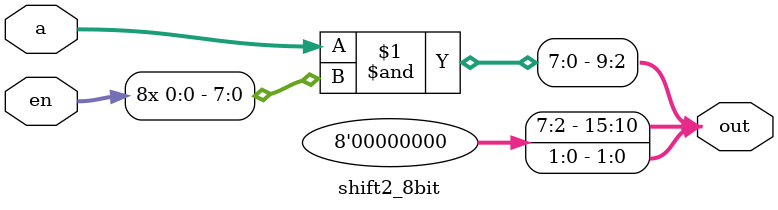
<source format=v>
module shift2_8bit(
	input [7:0] a,
	input en,
	output [15:0] out
);

assign out[15:10] = 6'b0;
assign out[9:2] = a&{8{en}};
assign out[1:0] = 2'b0;

endmodule

</source>
